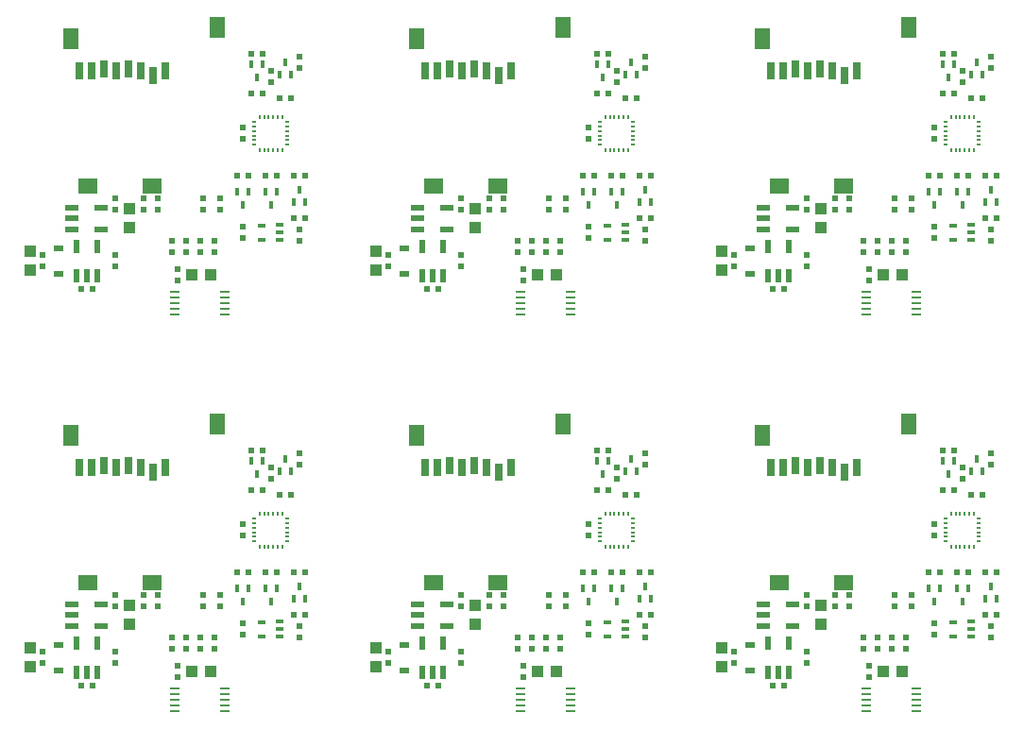
<source format=gbp>
G75*
%MOIN*%
%OFA0B0*%
%FSLAX25Y25*%
%IPPOS*%
%LPD*%
%AMOC8*
5,1,8,0,0,1.08239X$1,22.5*
%
%ADD10R,0.02165X0.04724*%
%ADD11R,0.02362X0.02362*%
%ADD12R,0.04331X0.03937*%
%ADD13R,0.03445X0.00984*%
%ADD14R,0.07087X0.05512*%
%ADD15R,0.05512X0.07480*%
%ADD16R,0.03150X0.05906*%
%ADD17R,0.01772X0.00984*%
%ADD18R,0.00984X0.01772*%
%ADD19R,0.02953X0.01575*%
%ADD20R,0.02700X0.01300*%
%ADD21R,0.01811X0.02559*%
%ADD22R,0.04724X0.02165*%
%ADD23R,0.03937X0.04331*%
%ADD24R,0.03268X0.02480*%
D10*
X0064760Y0066631D03*
X0068500Y0066631D03*
X0072240Y0066631D03*
X0072240Y0076869D03*
X0064760Y0076869D03*
X0186760Y0076869D03*
X0194240Y0076869D03*
X0194240Y0066631D03*
X0190500Y0066631D03*
X0186760Y0066631D03*
X0308760Y0066631D03*
X0312500Y0066631D03*
X0316240Y0066631D03*
X0316240Y0076869D03*
X0308760Y0076869D03*
X0308760Y0206631D03*
X0312500Y0206631D03*
X0316240Y0206631D03*
X0316240Y0216869D03*
X0308760Y0216869D03*
X0194240Y0216869D03*
X0186760Y0216869D03*
X0186760Y0206631D03*
X0190500Y0206631D03*
X0194240Y0206631D03*
X0072240Y0206631D03*
X0068500Y0206631D03*
X0064760Y0206631D03*
X0064760Y0216869D03*
X0072240Y0216869D03*
D11*
X0066531Y0061750D03*
X0070469Y0061750D03*
X0078500Y0069781D03*
X0078500Y0073719D03*
X0078500Y0089781D03*
X0078500Y0093719D03*
X0088500Y0093719D03*
X0088500Y0089781D03*
X0093500Y0089781D03*
X0093500Y0093719D03*
X0098500Y0078719D03*
X0098500Y0074781D03*
X0103500Y0074781D03*
X0103500Y0078719D03*
X0108500Y0078719D03*
X0108500Y0074781D03*
X0113500Y0074781D03*
X0113500Y0078719D03*
X0123500Y0079781D03*
X0123500Y0083719D03*
X0115500Y0089781D03*
X0115500Y0093719D03*
X0109500Y0093719D03*
X0109500Y0089781D03*
X0121531Y0101750D03*
X0125469Y0101750D03*
X0131531Y0101750D03*
X0135469Y0101750D03*
X0141531Y0101750D03*
X0145469Y0101750D03*
X0145469Y0086750D03*
X0141531Y0086750D03*
X0143500Y0082719D03*
X0143500Y0078781D03*
X0175000Y0073719D03*
X0175000Y0069781D03*
X0188531Y0061750D03*
X0192469Y0061750D03*
X0200500Y0069781D03*
X0200500Y0073719D03*
X0200500Y0089781D03*
X0200500Y0093719D03*
X0210500Y0093719D03*
X0210500Y0089781D03*
X0215500Y0089781D03*
X0215500Y0093719D03*
X0220500Y0078719D03*
X0220500Y0074781D03*
X0225500Y0074781D03*
X0225500Y0078719D03*
X0230500Y0078719D03*
X0230500Y0074781D03*
X0235500Y0074781D03*
X0235500Y0078719D03*
X0237500Y0089781D03*
X0237500Y0093719D03*
X0231500Y0093719D03*
X0231500Y0089781D03*
X0245500Y0083719D03*
X0245500Y0079781D03*
X0263531Y0086750D03*
X0267469Y0086750D03*
X0265500Y0082719D03*
X0265500Y0078781D03*
X0263531Y0101750D03*
X0267469Y0101750D03*
X0257469Y0101750D03*
X0253531Y0101750D03*
X0247469Y0101750D03*
X0243531Y0101750D03*
X0245500Y0114781D03*
X0245500Y0118719D03*
X0248531Y0130750D03*
X0252469Y0130750D03*
X0255500Y0134781D03*
X0255500Y0138719D03*
X0252469Y0144750D03*
X0248531Y0144750D03*
X0265500Y0143719D03*
X0265500Y0139781D03*
X0262469Y0129250D03*
X0258531Y0129250D03*
X0297000Y0073719D03*
X0297000Y0069781D03*
X0310531Y0061750D03*
X0314469Y0061750D03*
X0322500Y0069781D03*
X0322500Y0073719D03*
X0322500Y0089781D03*
X0322500Y0093719D03*
X0332500Y0093719D03*
X0332500Y0089781D03*
X0337500Y0089781D03*
X0337500Y0093719D03*
X0342500Y0078719D03*
X0342500Y0074781D03*
X0347500Y0074781D03*
X0347500Y0078719D03*
X0352500Y0078719D03*
X0352500Y0074781D03*
X0357500Y0074781D03*
X0357500Y0078719D03*
X0359500Y0089781D03*
X0359500Y0093719D03*
X0353500Y0093719D03*
X0353500Y0089781D03*
X0365531Y0101750D03*
X0369469Y0101750D03*
X0375531Y0101750D03*
X0379469Y0101750D03*
X0385531Y0101750D03*
X0389469Y0101750D03*
X0389469Y0086750D03*
X0385531Y0086750D03*
X0387500Y0082719D03*
X0387500Y0078781D03*
X0367500Y0079781D03*
X0367500Y0083719D03*
X0344500Y0068719D03*
X0344500Y0064781D03*
X0367500Y0114781D03*
X0367500Y0118719D03*
X0370531Y0130750D03*
X0374469Y0130750D03*
X0377500Y0134781D03*
X0377500Y0138719D03*
X0374469Y0144750D03*
X0370531Y0144750D03*
X0387500Y0143719D03*
X0387500Y0139781D03*
X0384469Y0129250D03*
X0380531Y0129250D03*
X0314469Y0201750D03*
X0310531Y0201750D03*
X0322500Y0209781D03*
X0322500Y0213719D03*
X0322500Y0229781D03*
X0322500Y0233719D03*
X0332500Y0233719D03*
X0332500Y0229781D03*
X0337500Y0229781D03*
X0337500Y0233719D03*
X0353500Y0233719D03*
X0353500Y0229781D03*
X0359500Y0229781D03*
X0359500Y0233719D03*
X0365531Y0241750D03*
X0369469Y0241750D03*
X0375531Y0241750D03*
X0379469Y0241750D03*
X0385531Y0241750D03*
X0389469Y0241750D03*
X0389469Y0226750D03*
X0385531Y0226750D03*
X0387500Y0222719D03*
X0387500Y0218781D03*
X0367500Y0219781D03*
X0367500Y0223719D03*
X0357500Y0218719D03*
X0357500Y0214781D03*
X0352500Y0214781D03*
X0352500Y0218719D03*
X0347500Y0218719D03*
X0347500Y0214781D03*
X0342500Y0214781D03*
X0342500Y0218719D03*
X0344500Y0208719D03*
X0344500Y0204781D03*
X0297000Y0209781D03*
X0297000Y0213719D03*
X0267469Y0226750D03*
X0263531Y0226750D03*
X0265500Y0222719D03*
X0265500Y0218781D03*
X0245500Y0219781D03*
X0245500Y0223719D03*
X0237500Y0229781D03*
X0237500Y0233719D03*
X0231500Y0233719D03*
X0231500Y0229781D03*
X0230500Y0218719D03*
X0230500Y0214781D03*
X0225500Y0214781D03*
X0225500Y0218719D03*
X0220500Y0218719D03*
X0220500Y0214781D03*
X0222500Y0208719D03*
X0222500Y0204781D03*
X0235500Y0214781D03*
X0235500Y0218719D03*
X0215500Y0229781D03*
X0215500Y0233719D03*
X0210500Y0233719D03*
X0210500Y0229781D03*
X0200500Y0229781D03*
X0200500Y0233719D03*
X0200500Y0213719D03*
X0200500Y0209781D03*
X0192469Y0201750D03*
X0188531Y0201750D03*
X0175000Y0209781D03*
X0175000Y0213719D03*
X0145469Y0226750D03*
X0141531Y0226750D03*
X0143500Y0222719D03*
X0143500Y0218781D03*
X0123500Y0219781D03*
X0123500Y0223719D03*
X0115500Y0229781D03*
X0115500Y0233719D03*
X0109500Y0233719D03*
X0109500Y0229781D03*
X0108500Y0218719D03*
X0108500Y0214781D03*
X0103500Y0214781D03*
X0103500Y0218719D03*
X0098500Y0218719D03*
X0098500Y0214781D03*
X0100500Y0208719D03*
X0100500Y0204781D03*
X0113500Y0214781D03*
X0113500Y0218719D03*
X0093500Y0229781D03*
X0093500Y0233719D03*
X0088500Y0233719D03*
X0088500Y0229781D03*
X0078500Y0229781D03*
X0078500Y0233719D03*
X0078500Y0213719D03*
X0078500Y0209781D03*
X0070469Y0201750D03*
X0066531Y0201750D03*
X0053000Y0209781D03*
X0053000Y0213719D03*
X0121531Y0241750D03*
X0125469Y0241750D03*
X0131531Y0241750D03*
X0135469Y0241750D03*
X0141531Y0241750D03*
X0145469Y0241750D03*
X0123500Y0254781D03*
X0123500Y0258719D03*
X0126531Y0270750D03*
X0130469Y0270750D03*
X0133500Y0274781D03*
X0133500Y0278719D03*
X0130469Y0284750D03*
X0126531Y0284750D03*
X0143500Y0283719D03*
X0143500Y0279781D03*
X0140469Y0269250D03*
X0136531Y0269250D03*
X0243531Y0241750D03*
X0247469Y0241750D03*
X0253531Y0241750D03*
X0257469Y0241750D03*
X0263531Y0241750D03*
X0267469Y0241750D03*
X0245500Y0254781D03*
X0245500Y0258719D03*
X0248531Y0270750D03*
X0252469Y0270750D03*
X0255500Y0274781D03*
X0255500Y0278719D03*
X0252469Y0284750D03*
X0248531Y0284750D03*
X0265500Y0283719D03*
X0265500Y0279781D03*
X0262469Y0269250D03*
X0258531Y0269250D03*
X0367500Y0258719D03*
X0367500Y0254781D03*
X0370531Y0270750D03*
X0374469Y0270750D03*
X0377500Y0274781D03*
X0377500Y0278719D03*
X0374469Y0284750D03*
X0370531Y0284750D03*
X0387500Y0283719D03*
X0387500Y0279781D03*
X0384469Y0269250D03*
X0380531Y0269250D03*
X0222500Y0068719D03*
X0222500Y0064781D03*
X0140469Y0129250D03*
X0136531Y0129250D03*
X0130469Y0130750D03*
X0126531Y0130750D03*
X0133500Y0134781D03*
X0133500Y0138719D03*
X0130469Y0144750D03*
X0126531Y0144750D03*
X0143500Y0143719D03*
X0143500Y0139781D03*
X0123500Y0118719D03*
X0123500Y0114781D03*
X0100500Y0068719D03*
X0100500Y0064781D03*
X0053000Y0069781D03*
X0053000Y0073719D03*
D12*
X0105654Y0066750D03*
X0112346Y0066750D03*
X0227654Y0066750D03*
X0234346Y0066750D03*
X0349654Y0066750D03*
X0356346Y0066750D03*
X0356346Y0206750D03*
X0349654Y0206750D03*
X0234346Y0206750D03*
X0227654Y0206750D03*
X0112346Y0206750D03*
X0105654Y0206750D03*
D13*
X0099593Y0200687D03*
X0099593Y0198719D03*
X0099593Y0196750D03*
X0099593Y0194781D03*
X0099593Y0192813D03*
X0117407Y0192813D03*
X0117407Y0194781D03*
X0117407Y0196750D03*
X0117407Y0198719D03*
X0117407Y0200687D03*
X0221593Y0200687D03*
X0221593Y0198719D03*
X0221593Y0196750D03*
X0221593Y0194781D03*
X0221593Y0192813D03*
X0239407Y0192813D03*
X0239407Y0194781D03*
X0239407Y0196750D03*
X0239407Y0198719D03*
X0239407Y0200687D03*
X0343593Y0200687D03*
X0343593Y0198719D03*
X0343593Y0196750D03*
X0343593Y0194781D03*
X0343593Y0192813D03*
X0361407Y0192813D03*
X0361407Y0194781D03*
X0361407Y0196750D03*
X0361407Y0198719D03*
X0361407Y0200687D03*
X0361407Y0060687D03*
X0361407Y0058719D03*
X0361407Y0056750D03*
X0361407Y0054781D03*
X0361407Y0052813D03*
X0343593Y0052813D03*
X0343593Y0054781D03*
X0343593Y0056750D03*
X0343593Y0058719D03*
X0343593Y0060687D03*
X0239407Y0060687D03*
X0239407Y0058719D03*
X0239407Y0056750D03*
X0239407Y0054781D03*
X0239407Y0052813D03*
X0221593Y0052813D03*
X0221593Y0054781D03*
X0221593Y0056750D03*
X0221593Y0058719D03*
X0221593Y0060687D03*
X0117407Y0060687D03*
X0117407Y0058719D03*
X0117407Y0056750D03*
X0117407Y0054781D03*
X0117407Y0052813D03*
X0099593Y0052813D03*
X0099593Y0054781D03*
X0099593Y0056750D03*
X0099593Y0058719D03*
X0099593Y0060687D03*
D14*
X0091512Y0098325D03*
X0069071Y0098325D03*
X0191071Y0098325D03*
X0213512Y0098325D03*
X0313071Y0098325D03*
X0335512Y0098325D03*
X0335512Y0238325D03*
X0313071Y0238325D03*
X0213512Y0238325D03*
X0191071Y0238325D03*
X0091512Y0238325D03*
X0069071Y0238325D03*
D15*
X0062772Y0290096D03*
X0114543Y0294033D03*
X0184772Y0290096D03*
X0236543Y0294033D03*
X0306772Y0290096D03*
X0358543Y0294033D03*
X0358543Y0154033D03*
X0306772Y0150096D03*
X0236543Y0154033D03*
X0184772Y0150096D03*
X0114543Y0154033D03*
X0062772Y0150096D03*
D16*
X0065882Y0138876D03*
X0070213Y0138876D03*
X0074543Y0139663D03*
X0078874Y0138876D03*
X0083205Y0139663D03*
X0087535Y0138876D03*
X0091866Y0137301D03*
X0096197Y0138876D03*
X0187882Y0138876D03*
X0192213Y0138876D03*
X0196543Y0139663D03*
X0200874Y0138876D03*
X0205205Y0139663D03*
X0209535Y0138876D03*
X0213866Y0137301D03*
X0218197Y0138876D03*
X0309882Y0138876D03*
X0314213Y0138876D03*
X0318543Y0139663D03*
X0322874Y0138876D03*
X0327205Y0139663D03*
X0331535Y0138876D03*
X0335866Y0137301D03*
X0340197Y0138876D03*
X0335866Y0277301D03*
X0331535Y0278876D03*
X0327205Y0279663D03*
X0322874Y0278876D03*
X0318543Y0279663D03*
X0314213Y0278876D03*
X0309882Y0278876D03*
X0340197Y0278876D03*
X0218197Y0278876D03*
X0213866Y0277301D03*
X0209535Y0278876D03*
X0205205Y0279663D03*
X0200874Y0278876D03*
X0196543Y0279663D03*
X0192213Y0278876D03*
X0187882Y0278876D03*
X0096197Y0278876D03*
X0091866Y0277301D03*
X0087535Y0278876D03*
X0083205Y0279663D03*
X0078874Y0278876D03*
X0074543Y0279663D03*
X0070213Y0278876D03*
X0065882Y0278876D03*
D17*
X0127594Y0260687D03*
X0127594Y0259112D03*
X0127594Y0257537D03*
X0127594Y0255963D03*
X0127594Y0254388D03*
X0127594Y0252813D03*
X0139406Y0252813D03*
X0139406Y0254388D03*
X0139406Y0255963D03*
X0139406Y0257537D03*
X0139406Y0259112D03*
X0139406Y0260687D03*
X0249594Y0260687D03*
X0249594Y0259112D03*
X0249594Y0257537D03*
X0249594Y0255963D03*
X0249594Y0254388D03*
X0249594Y0252813D03*
X0261406Y0252813D03*
X0261406Y0254388D03*
X0261406Y0255963D03*
X0261406Y0257537D03*
X0261406Y0259112D03*
X0261406Y0260687D03*
X0371594Y0260687D03*
X0371594Y0259112D03*
X0371594Y0257537D03*
X0371594Y0255963D03*
X0371594Y0254388D03*
X0371594Y0252813D03*
X0383406Y0252813D03*
X0383406Y0254388D03*
X0383406Y0255963D03*
X0383406Y0257537D03*
X0383406Y0259112D03*
X0383406Y0260687D03*
X0383406Y0120687D03*
X0383406Y0119112D03*
X0383406Y0117537D03*
X0383406Y0115963D03*
X0383406Y0114388D03*
X0383406Y0112813D03*
X0371594Y0112813D03*
X0371594Y0114388D03*
X0371594Y0115963D03*
X0371594Y0117537D03*
X0371594Y0119112D03*
X0371594Y0120687D03*
X0261406Y0120687D03*
X0261406Y0119112D03*
X0261406Y0117537D03*
X0261406Y0115963D03*
X0261406Y0114388D03*
X0261406Y0112813D03*
X0249594Y0112813D03*
X0249594Y0114388D03*
X0249594Y0115963D03*
X0249594Y0117537D03*
X0249594Y0119112D03*
X0249594Y0120687D03*
X0139406Y0120687D03*
X0139406Y0119112D03*
X0139406Y0117537D03*
X0139406Y0115963D03*
X0139406Y0114388D03*
X0139406Y0112813D03*
X0127594Y0112813D03*
X0127594Y0114388D03*
X0127594Y0115963D03*
X0127594Y0117537D03*
X0127594Y0119112D03*
X0127594Y0120687D03*
D18*
X0129563Y0122656D03*
X0131138Y0122656D03*
X0132713Y0122656D03*
X0134287Y0122656D03*
X0135862Y0122656D03*
X0137437Y0122656D03*
X0137437Y0110844D03*
X0135862Y0110844D03*
X0134287Y0110844D03*
X0132713Y0110844D03*
X0131138Y0110844D03*
X0129563Y0110844D03*
X0251563Y0110844D03*
X0253138Y0110844D03*
X0254713Y0110844D03*
X0256287Y0110844D03*
X0257862Y0110844D03*
X0259437Y0110844D03*
X0259437Y0122656D03*
X0257862Y0122656D03*
X0256287Y0122656D03*
X0254713Y0122656D03*
X0253138Y0122656D03*
X0251563Y0122656D03*
X0373563Y0122656D03*
X0375138Y0122656D03*
X0376713Y0122656D03*
X0378287Y0122656D03*
X0379862Y0122656D03*
X0381437Y0122656D03*
X0381437Y0110844D03*
X0379862Y0110844D03*
X0378287Y0110844D03*
X0376713Y0110844D03*
X0375138Y0110844D03*
X0373563Y0110844D03*
X0373563Y0250844D03*
X0375138Y0250844D03*
X0376713Y0250844D03*
X0378287Y0250844D03*
X0379862Y0250844D03*
X0381437Y0250844D03*
X0381437Y0262656D03*
X0379862Y0262656D03*
X0378287Y0262656D03*
X0376713Y0262656D03*
X0375138Y0262656D03*
X0373563Y0262656D03*
X0259437Y0262656D03*
X0257862Y0262656D03*
X0256287Y0262656D03*
X0254713Y0262656D03*
X0253138Y0262656D03*
X0251563Y0262656D03*
X0251563Y0250844D03*
X0253138Y0250844D03*
X0254713Y0250844D03*
X0256287Y0250844D03*
X0257862Y0250844D03*
X0259437Y0250844D03*
X0137437Y0250844D03*
X0135862Y0250844D03*
X0134287Y0250844D03*
X0132713Y0250844D03*
X0131138Y0250844D03*
X0129563Y0250844D03*
X0129563Y0262656D03*
X0131138Y0262656D03*
X0132713Y0262656D03*
X0134287Y0262656D03*
X0135862Y0262656D03*
X0137437Y0262656D03*
D19*
X0130252Y0224309D03*
X0130252Y0219191D03*
X0252252Y0219191D03*
X0252252Y0224309D03*
X0374252Y0224309D03*
X0374252Y0219191D03*
X0374252Y0084309D03*
X0374252Y0079191D03*
X0252252Y0079191D03*
X0252252Y0084309D03*
X0130252Y0084309D03*
X0130252Y0079191D03*
D20*
X0136750Y0079100D03*
X0136750Y0081750D03*
X0136750Y0084400D03*
X0258750Y0084400D03*
X0258750Y0081750D03*
X0258750Y0079100D03*
X0380750Y0079100D03*
X0380750Y0081750D03*
X0380750Y0084400D03*
X0380750Y0219100D03*
X0380750Y0221750D03*
X0380750Y0224400D03*
X0258750Y0224400D03*
X0258750Y0221750D03*
X0258750Y0219100D03*
X0136750Y0219100D03*
X0136750Y0221750D03*
X0136750Y0224400D03*
D21*
X0133500Y0231553D03*
X0131531Y0236081D03*
X0135469Y0236081D03*
X0141531Y0232419D03*
X0145469Y0232419D03*
X0143500Y0236947D03*
X0125469Y0236081D03*
X0121531Y0236081D03*
X0123500Y0231553D03*
X0128500Y0276553D03*
X0126531Y0281081D03*
X0130469Y0281081D03*
X0136531Y0277419D03*
X0140469Y0277419D03*
X0138500Y0281947D03*
X0243531Y0236081D03*
X0247469Y0236081D03*
X0245500Y0231553D03*
X0253531Y0236081D03*
X0257469Y0236081D03*
X0255500Y0231553D03*
X0263531Y0232419D03*
X0267469Y0232419D03*
X0265500Y0236947D03*
X0262469Y0277419D03*
X0258531Y0277419D03*
X0260500Y0281947D03*
X0252469Y0281081D03*
X0248531Y0281081D03*
X0250500Y0276553D03*
X0365531Y0236081D03*
X0369469Y0236081D03*
X0367500Y0231553D03*
X0375531Y0236081D03*
X0379469Y0236081D03*
X0377500Y0231553D03*
X0385531Y0232419D03*
X0389469Y0232419D03*
X0387500Y0236947D03*
X0384469Y0277419D03*
X0380531Y0277419D03*
X0382500Y0281947D03*
X0374469Y0281081D03*
X0370531Y0281081D03*
X0372500Y0276553D03*
X0382500Y0141947D03*
X0380531Y0137419D03*
X0384469Y0137419D03*
X0374469Y0141081D03*
X0370531Y0141081D03*
X0372500Y0136553D03*
X0369469Y0096081D03*
X0365531Y0096081D03*
X0367500Y0091553D03*
X0375531Y0096081D03*
X0379469Y0096081D03*
X0377500Y0091553D03*
X0385531Y0092419D03*
X0389469Y0092419D03*
X0387500Y0096947D03*
X0267469Y0092419D03*
X0263531Y0092419D03*
X0265500Y0096947D03*
X0257469Y0096081D03*
X0253531Y0096081D03*
X0255500Y0091553D03*
X0247469Y0096081D03*
X0243531Y0096081D03*
X0245500Y0091553D03*
X0250500Y0136553D03*
X0248531Y0141081D03*
X0252469Y0141081D03*
X0258531Y0137419D03*
X0262469Y0137419D03*
X0260500Y0141947D03*
X0145469Y0092419D03*
X0141531Y0092419D03*
X0143500Y0096947D03*
X0135469Y0096081D03*
X0131531Y0096081D03*
X0133500Y0091553D03*
X0125469Y0096081D03*
X0121531Y0096081D03*
X0123500Y0091553D03*
X0128500Y0136553D03*
X0126531Y0141081D03*
X0130469Y0141081D03*
X0136531Y0137419D03*
X0140469Y0137419D03*
X0138500Y0141947D03*
D22*
X0185381Y0090490D03*
X0185381Y0086750D03*
X0185381Y0083010D03*
X0195619Y0083010D03*
X0195619Y0090490D03*
X0307381Y0090490D03*
X0307381Y0086750D03*
X0307381Y0083010D03*
X0317619Y0083010D03*
X0317619Y0090490D03*
X0317619Y0223010D03*
X0317619Y0230490D03*
X0307381Y0230490D03*
X0307381Y0226750D03*
X0307381Y0223010D03*
X0195619Y0223010D03*
X0195619Y0230490D03*
X0185381Y0230490D03*
X0185381Y0226750D03*
X0185381Y0223010D03*
X0073619Y0223010D03*
X0073619Y0230490D03*
X0063381Y0230490D03*
X0063381Y0226750D03*
X0063381Y0223010D03*
X0063381Y0090490D03*
X0063381Y0086750D03*
X0063381Y0083010D03*
X0073619Y0083010D03*
X0073619Y0090490D03*
D23*
X0083500Y0090096D03*
X0083500Y0083404D03*
X0048500Y0075096D03*
X0048500Y0068404D03*
X0170500Y0068404D03*
X0170500Y0075096D03*
X0205500Y0083404D03*
X0205500Y0090096D03*
X0292500Y0075096D03*
X0292500Y0068404D03*
X0327500Y0083404D03*
X0327500Y0090096D03*
X0292500Y0208404D03*
X0292500Y0215096D03*
X0327500Y0223404D03*
X0327500Y0230096D03*
X0205500Y0230096D03*
X0205500Y0223404D03*
X0170500Y0215096D03*
X0170500Y0208404D03*
X0083500Y0223404D03*
X0083500Y0230096D03*
X0048500Y0215096D03*
X0048500Y0208404D03*
D24*
X0058500Y0207222D03*
X0058500Y0216278D03*
X0180500Y0216278D03*
X0180500Y0207222D03*
X0302500Y0207222D03*
X0302500Y0216278D03*
X0302500Y0076278D03*
X0302500Y0067222D03*
X0180500Y0067222D03*
X0180500Y0076278D03*
X0058500Y0076278D03*
X0058500Y0067222D03*
M02*

</source>
